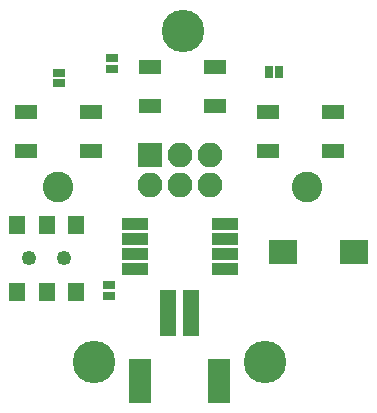
<source format=gbr>
G04 #@! TF.FileFunction,Soldermask,Top*
%FSLAX46Y46*%
G04 Gerber Fmt 4.6, Leading zero omitted, Abs format (unit mm)*
G04 Created by KiCad (PCBNEW 4.0.6) date 08/10/17 10:11:21*
%MOMM*%
%LPD*%
G01*
G04 APERTURE LIST*
%ADD10C,0.100000*%
%ADD11R,2.200000X1.000000*%
%ADD12C,2.599640*%
%ADD13R,0.999440X0.798780*%
%ADD14R,0.798780X0.999440*%
%ADD15R,1.900000X1.300000*%
%ADD16R,2.100000X2.100000*%
%ADD17O,2.100000X2.100000*%
%ADD18C,3.600400*%
%ADD19R,1.400000X3.900000*%
%ADD20R,1.900000X3.800000*%
%ADD21C,1.250000*%
%ADD22R,1.400000X1.600000*%
%ADD23R,2.398980X2.000200*%
G04 APERTURE END LIST*
D10*
D11*
X149550000Y-93155000D03*
X149550000Y-91885000D03*
X149550000Y-90615000D03*
X149550000Y-89345000D03*
X141950000Y-89345000D03*
X141950000Y-90615000D03*
X141950000Y-91885000D03*
X141950000Y-93155000D03*
D12*
X156541000Y-86250000D03*
X135459000Y-86250000D03*
D13*
X140000000Y-76199580D03*
X140000000Y-75300420D03*
X135500000Y-77449580D03*
X135500000Y-76550420D03*
D14*
X153300420Y-76500000D03*
X154199580Y-76500000D03*
D15*
X132750000Y-83150000D03*
X138250000Y-83150000D03*
X138250000Y-79850000D03*
X132750000Y-79850000D03*
X143250000Y-79400000D03*
X148750000Y-79400000D03*
X148750000Y-76100000D03*
X143250000Y-76100000D03*
X153250000Y-83150000D03*
X158750000Y-83150000D03*
X158750000Y-79850000D03*
X153250000Y-79850000D03*
D16*
X143250000Y-83500000D03*
D17*
X143250000Y-86040000D03*
X145790000Y-83500000D03*
X145790000Y-86040000D03*
X148330000Y-83500000D03*
X148330000Y-86040000D03*
D18*
X146000000Y-73000000D03*
X138500000Y-101000000D03*
X153000000Y-101000000D03*
D19*
X144750000Y-96875000D03*
X146750000Y-96875000D03*
D20*
X142400000Y-102625000D03*
X149100000Y-102625000D03*
D21*
X133000000Y-92250000D03*
X136000000Y-92250000D03*
D22*
X137000000Y-95100000D03*
X134500000Y-95100000D03*
X132000000Y-95100000D03*
X137000000Y-89400000D03*
X134500000Y-89400000D03*
X132000000Y-89400000D03*
D23*
X154500260Y-91750000D03*
X160499740Y-91750000D03*
D13*
X139750000Y-94550420D03*
X139750000Y-95449580D03*
M02*

</source>
